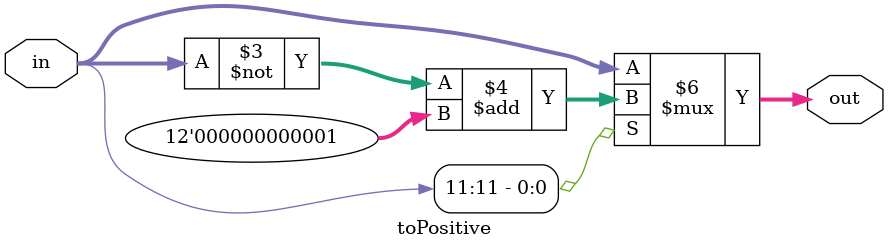
<source format=v>
module toPositive(
	input [11:0] in,
	output reg [11:0] out);
	always @ * begin
		if(in[11] == 1'b1)
			out = ~in + 12'b1;
		else
			out = in;
	end
endmodule
</source>
